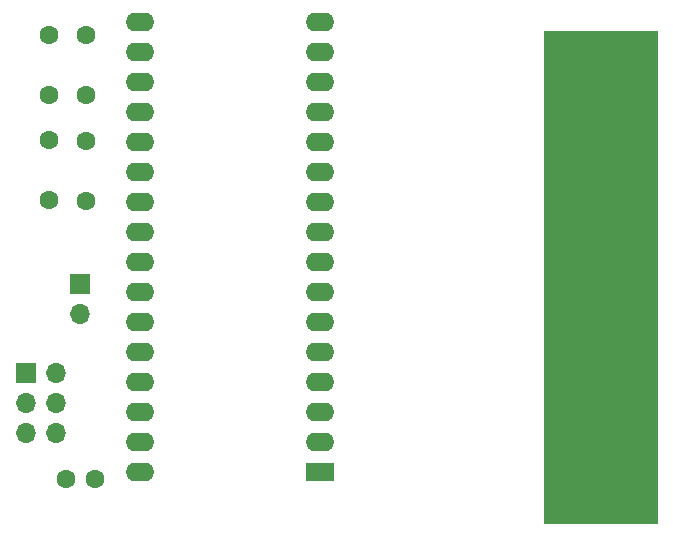
<source format=gbr>
%TF.GenerationSoftware,KiCad,Pcbnew,8.0.8-8.0.8-0~ubuntu24.04.1*%
%TF.CreationDate,2025-02-06T11:49:32-08:00*%
%TF.ProjectId,flash_board,666c6173-685f-4626-9f61-72642e6b6963,rev?*%
%TF.SameCoordinates,Original*%
%TF.FileFunction,Soldermask,Top*%
%TF.FilePolarity,Negative*%
%FSLAX46Y46*%
G04 Gerber Fmt 4.6, Leading zero omitted, Abs format (unit mm)*
G04 Created by KiCad (PCBNEW 8.0.8-8.0.8-0~ubuntu24.04.1) date 2025-02-06 11:49:32*
%MOMM*%
%LPD*%
G01*
G04 APERTURE LIST*
%ADD10C,0.100000*%
%ADD11R,9.000000X1.700000*%
%ADD12R,8.000000X1.700000*%
%ADD13R,1.700000X1.700000*%
%ADD14O,1.700000X1.700000*%
%ADD15C,1.600000*%
%ADD16R,2.400000X1.600000*%
%ADD17O,2.400000X1.600000*%
G04 APERTURE END LIST*
%TO.C,J1*%
D10*
X166315000Y-73180000D02*
X175815000Y-73180000D01*
X175815000Y-114780000D01*
X166315000Y-114780000D01*
X166315000Y-73180000D01*
G36*
X166315000Y-73180000D02*
G01*
X175815000Y-73180000D01*
X175815000Y-114780000D01*
X166315000Y-114780000D01*
X166315000Y-73180000D01*
G37*
%TD*%
D11*
%TO.C,J1*%
X170815000Y-74930000D03*
D12*
X170315000Y-77470000D03*
X170315000Y-80010000D03*
X170315000Y-82550000D03*
X170315000Y-85090000D03*
X170315000Y-87630000D03*
X170315000Y-90170000D03*
X170315000Y-92710000D03*
X170315000Y-95234024D03*
X170315000Y-97790000D03*
X170315000Y-100330000D03*
X170315000Y-102870000D03*
X170315000Y-105410000D03*
X170315000Y-107950000D03*
X170315000Y-110490000D03*
D11*
X170815000Y-113030000D03*
%TD*%
D13*
%TO.C,JP1*%
X127030000Y-94610000D03*
D14*
X127030000Y-97150000D03*
%TD*%
D13*
%TO.C,J2*%
X122428000Y-102108000D03*
D14*
X124968000Y-102108000D03*
X122428000Y-104648000D03*
X124968000Y-104648000D03*
X122428000Y-107188000D03*
X124968000Y-107188000D03*
%TD*%
D15*
%TO.C,R2*%
X124333000Y-78608000D03*
X124333000Y-73528000D03*
%TD*%
%TO.C,R1*%
X127508000Y-82428000D03*
X127508000Y-87508000D03*
%TD*%
%TO.C,C1*%
X128305000Y-111125000D03*
X125805000Y-111125000D03*
%TD*%
%TO.C,R3*%
X127508000Y-78608000D03*
X127508000Y-73528000D03*
%TD*%
D16*
%TO.C,U1*%
X147355000Y-110490000D03*
D17*
X147355000Y-107950000D03*
X147355000Y-105410000D03*
X147355000Y-102870000D03*
X147355000Y-100330000D03*
X147355000Y-97790000D03*
X147355000Y-95250000D03*
X147355000Y-92710000D03*
X147355000Y-90170000D03*
X147355000Y-87630000D03*
X147355000Y-85090000D03*
X147355000Y-82550000D03*
X147355000Y-80010000D03*
X147355000Y-77470000D03*
X147355000Y-74930000D03*
X147355000Y-72390000D03*
X132115000Y-72390000D03*
X132115000Y-74930000D03*
X132115000Y-77470000D03*
X132115000Y-80010000D03*
X132115000Y-82550000D03*
X132115000Y-85090000D03*
X132115000Y-87630000D03*
X132115000Y-90170000D03*
X132115000Y-92710000D03*
X132115000Y-95250000D03*
X132115000Y-97790000D03*
X132115000Y-100330000D03*
X132115000Y-102870000D03*
X132115000Y-105410000D03*
X132115000Y-107950000D03*
X132115000Y-110490000D03*
%TD*%
D15*
%TO.C,R4*%
X124333000Y-87498000D03*
X124333000Y-82418000D03*
%TD*%
M02*

</source>
